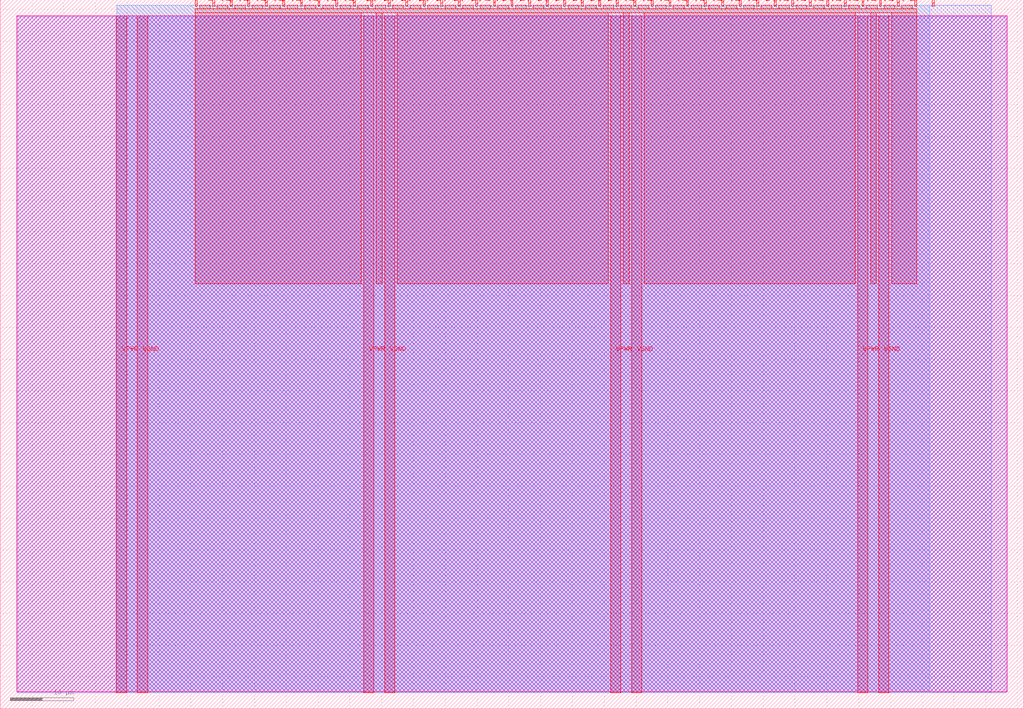
<source format=lef>
VERSION 5.7 ;
  NOWIREEXTENSIONATPIN ON ;
  DIVIDERCHAR "/" ;
  BUSBITCHARS "[]" ;
MACRO tt_um_cellular_alchemist
  CLASS BLOCK ;
  FOREIGN tt_um_cellular_alchemist ;
  ORIGIN 0.000 0.000 ;
  SIZE 161.000 BY 111.520 ;
  PIN VGND
    DIRECTION INOUT ;
    USE GROUND ;
    PORT
      LAYER met4 ;
        RECT 21.580 2.480 23.180 109.040 ;
    END
    PORT
      LAYER met4 ;
        RECT 60.450 2.480 62.050 109.040 ;
    END
    PORT
      LAYER met4 ;
        RECT 99.320 2.480 100.920 109.040 ;
    END
    PORT
      LAYER met4 ;
        RECT 138.190 2.480 139.790 109.040 ;
    END
  END VGND
  PIN VPWR
    DIRECTION INOUT ;
    USE POWER ;
    PORT
      LAYER met4 ;
        RECT 18.280 2.480 19.880 109.040 ;
    END
    PORT
      LAYER met4 ;
        RECT 57.150 2.480 58.750 109.040 ;
    END
    PORT
      LAYER met4 ;
        RECT 96.020 2.480 97.620 109.040 ;
    END
    PORT
      LAYER met4 ;
        RECT 134.890 2.480 136.490 109.040 ;
    END
  END VPWR
  PIN clk
    DIRECTION INPUT ;
    USE SIGNAL ;
    ANTENNAGATEAREA 0.852000 ;
    PORT
      LAYER met4 ;
        RECT 143.830 110.520 144.130 111.520 ;
    END
  END clk
  PIN ena
    DIRECTION INPUT ;
    USE SIGNAL ;
    PORT
      LAYER met4 ;
        RECT 146.590 110.520 146.890 111.520 ;
    END
  END ena
  PIN rst_n
    DIRECTION INPUT ;
    USE SIGNAL ;
    ANTENNAGATEAREA 0.196500 ;
    PORT
      LAYER met4 ;
        RECT 141.070 110.520 141.370 111.520 ;
    END
  END rst_n
  PIN ui_in[0]
    DIRECTION INPUT ;
    USE SIGNAL ;
    ANTENNAGATEAREA 0.213000 ;
    PORT
      LAYER met4 ;
        RECT 138.310 110.520 138.610 111.520 ;
    END
  END ui_in[0]
  PIN ui_in[1]
    DIRECTION INPUT ;
    USE SIGNAL ;
    PORT
      LAYER met4 ;
        RECT 135.550 110.520 135.850 111.520 ;
    END
  END ui_in[1]
  PIN ui_in[2]
    DIRECTION INPUT ;
    USE SIGNAL ;
    PORT
      LAYER met4 ;
        RECT 132.790 110.520 133.090 111.520 ;
    END
  END ui_in[2]
  PIN ui_in[3]
    DIRECTION INPUT ;
    USE SIGNAL ;
    PORT
      LAYER met4 ;
        RECT 130.030 110.520 130.330 111.520 ;
    END
  END ui_in[3]
  PIN ui_in[4]
    DIRECTION INPUT ;
    USE SIGNAL ;
    PORT
      LAYER met4 ;
        RECT 127.270 110.520 127.570 111.520 ;
    END
  END ui_in[4]
  PIN ui_in[5]
    DIRECTION INPUT ;
    USE SIGNAL ;
    PORT
      LAYER met4 ;
        RECT 124.510 110.520 124.810 111.520 ;
    END
  END ui_in[5]
  PIN ui_in[6]
    DIRECTION INPUT ;
    USE SIGNAL ;
    PORT
      LAYER met4 ;
        RECT 121.750 110.520 122.050 111.520 ;
    END
  END ui_in[6]
  PIN ui_in[7]
    DIRECTION INPUT ;
    USE SIGNAL ;
    PORT
      LAYER met4 ;
        RECT 118.990 110.520 119.290 111.520 ;
    END
  END ui_in[7]
  PIN uio_in[0]
    DIRECTION INPUT ;
    USE SIGNAL ;
    ANTENNAGATEAREA 0.196500 ;
    PORT
      LAYER met4 ;
        RECT 116.230 110.520 116.530 111.520 ;
    END
  END uio_in[0]
  PIN uio_in[1]
    DIRECTION INPUT ;
    USE SIGNAL ;
    ANTENNAGATEAREA 0.196500 ;
    PORT
      LAYER met4 ;
        RECT 113.470 110.520 113.770 111.520 ;
    END
  END uio_in[1]
  PIN uio_in[2]
    DIRECTION INPUT ;
    USE SIGNAL ;
    ANTENNAGATEAREA 0.196500 ;
    PORT
      LAYER met4 ;
        RECT 110.710 110.520 111.010 111.520 ;
    END
  END uio_in[2]
  PIN uio_in[3]
    DIRECTION INPUT ;
    USE SIGNAL ;
    ANTENNAGATEAREA 0.196500 ;
    PORT
      LAYER met4 ;
        RECT 107.950 110.520 108.250 111.520 ;
    END
  END uio_in[3]
  PIN uio_in[4]
    DIRECTION INPUT ;
    USE SIGNAL ;
    PORT
      LAYER met4 ;
        RECT 105.190 110.520 105.490 111.520 ;
    END
  END uio_in[4]
  PIN uio_in[5]
    DIRECTION INPUT ;
    USE SIGNAL ;
    PORT
      LAYER met4 ;
        RECT 102.430 110.520 102.730 111.520 ;
    END
  END uio_in[5]
  PIN uio_in[6]
    DIRECTION INPUT ;
    USE SIGNAL ;
    PORT
      LAYER met4 ;
        RECT 99.670 110.520 99.970 111.520 ;
    END
  END uio_in[6]
  PIN uio_in[7]
    DIRECTION INPUT ;
    USE SIGNAL ;
    PORT
      LAYER met4 ;
        RECT 96.910 110.520 97.210 111.520 ;
    END
  END uio_in[7]
  PIN uio_oe[0]
    DIRECTION OUTPUT ;
    USE SIGNAL ;
    PORT
      LAYER met4 ;
        RECT 49.990 110.520 50.290 111.520 ;
    END
  END uio_oe[0]
  PIN uio_oe[1]
    DIRECTION OUTPUT ;
    USE SIGNAL ;
    PORT
      LAYER met4 ;
        RECT 47.230 110.520 47.530 111.520 ;
    END
  END uio_oe[1]
  PIN uio_oe[2]
    DIRECTION OUTPUT ;
    USE SIGNAL ;
    PORT
      LAYER met4 ;
        RECT 44.470 110.520 44.770 111.520 ;
    END
  END uio_oe[2]
  PIN uio_oe[3]
    DIRECTION OUTPUT ;
    USE SIGNAL ;
    PORT
      LAYER met4 ;
        RECT 41.710 110.520 42.010 111.520 ;
    END
  END uio_oe[3]
  PIN uio_oe[4]
    DIRECTION OUTPUT ;
    USE SIGNAL ;
    PORT
      LAYER met4 ;
        RECT 38.950 110.520 39.250 111.520 ;
    END
  END uio_oe[4]
  PIN uio_oe[5]
    DIRECTION OUTPUT ;
    USE SIGNAL ;
    PORT
      LAYER met4 ;
        RECT 36.190 110.520 36.490 111.520 ;
    END
  END uio_oe[5]
  PIN uio_oe[6]
    DIRECTION OUTPUT ;
    USE SIGNAL ;
    PORT
      LAYER met4 ;
        RECT 33.430 110.520 33.730 111.520 ;
    END
  END uio_oe[6]
  PIN uio_oe[7]
    DIRECTION OUTPUT ;
    USE SIGNAL ;
    PORT
      LAYER met4 ;
        RECT 30.670 110.520 30.970 111.520 ;
    END
  END uio_oe[7]
  PIN uio_out[0]
    DIRECTION OUTPUT ;
    USE SIGNAL ;
    PORT
      LAYER met4 ;
        RECT 72.070 110.520 72.370 111.520 ;
    END
  END uio_out[0]
  PIN uio_out[1]
    DIRECTION OUTPUT ;
    USE SIGNAL ;
    PORT
      LAYER met4 ;
        RECT 69.310 110.520 69.610 111.520 ;
    END
  END uio_out[1]
  PIN uio_out[2]
    DIRECTION OUTPUT ;
    USE SIGNAL ;
    PORT
      LAYER met4 ;
        RECT 66.550 110.520 66.850 111.520 ;
    END
  END uio_out[2]
  PIN uio_out[3]
    DIRECTION OUTPUT ;
    USE SIGNAL ;
    PORT
      LAYER met4 ;
        RECT 63.790 110.520 64.090 111.520 ;
    END
  END uio_out[3]
  PIN uio_out[4]
    DIRECTION OUTPUT ;
    USE SIGNAL ;
    ANTENNAGATEAREA 0.373500 ;
    ANTENNADIFFAREA 0.891000 ;
    PORT
      LAYER met4 ;
        RECT 61.030 110.520 61.330 111.520 ;
    END
  END uio_out[4]
  PIN uio_out[5]
    DIRECTION OUTPUT ;
    USE SIGNAL ;
    ANTENNAGATEAREA 0.373500 ;
    ANTENNADIFFAREA 0.891000 ;
    PORT
      LAYER met4 ;
        RECT 58.270 110.520 58.570 111.520 ;
    END
  END uio_out[5]
  PIN uio_out[6]
    DIRECTION OUTPUT ;
    USE SIGNAL ;
    ANTENNAGATEAREA 0.252000 ;
    ANTENNADIFFAREA 0.891000 ;
    PORT
      LAYER met4 ;
        RECT 55.510 110.520 55.810 111.520 ;
    END
  END uio_out[6]
  PIN uio_out[7]
    DIRECTION OUTPUT ;
    USE SIGNAL ;
    ANTENNAGATEAREA 0.252000 ;
    ANTENNADIFFAREA 0.891000 ;
    PORT
      LAYER met4 ;
        RECT 52.750 110.520 53.050 111.520 ;
    END
  END uio_out[7]
  PIN uo_out[0]
    DIRECTION OUTPUT ;
    USE SIGNAL ;
    ANTENNAGATEAREA 0.252000 ;
    ANTENNADIFFAREA 0.891000 ;
    PORT
      LAYER met4 ;
        RECT 94.150 110.520 94.450 111.520 ;
    END
  END uo_out[0]
  PIN uo_out[1]
    DIRECTION OUTPUT ;
    USE SIGNAL ;
    ANTENNAGATEAREA 0.252000 ;
    ANTENNADIFFAREA 0.891000 ;
    PORT
      LAYER met4 ;
        RECT 91.390 110.520 91.690 111.520 ;
    END
  END uo_out[1]
  PIN uo_out[2]
    DIRECTION OUTPUT ;
    USE SIGNAL ;
    ANTENNAGATEAREA 0.499500 ;
    ANTENNADIFFAREA 0.891000 ;
    PORT
      LAYER met4 ;
        RECT 88.630 110.520 88.930 111.520 ;
    END
  END uo_out[2]
  PIN uo_out[3]
    DIRECTION OUTPUT ;
    USE SIGNAL ;
    PORT
      LAYER met4 ;
        RECT 85.870 110.520 86.170 111.520 ;
    END
  END uo_out[3]
  PIN uo_out[4]
    DIRECTION OUTPUT ;
    USE SIGNAL ;
    PORT
      LAYER met4 ;
        RECT 83.110 110.520 83.410 111.520 ;
    END
  END uo_out[4]
  PIN uo_out[5]
    DIRECTION OUTPUT ;
    USE SIGNAL ;
    ANTENNADIFFAREA 0.891000 ;
    PORT
      LAYER met4 ;
        RECT 80.350 110.520 80.650 111.520 ;
    END
  END uo_out[5]
  PIN uo_out[6]
    DIRECTION OUTPUT ;
    USE SIGNAL ;
    ANTENNADIFFAREA 0.891000 ;
    PORT
      LAYER met4 ;
        RECT 77.590 110.520 77.890 111.520 ;
    END
  END uo_out[6]
  PIN uo_out[7]
    DIRECTION OUTPUT ;
    USE SIGNAL ;
    ANTENNADIFFAREA 0.891000 ;
    PORT
      LAYER met4 ;
        RECT 74.830 110.520 75.130 111.520 ;
    END
  END uo_out[7]
  OBS
      LAYER nwell ;
        RECT 2.570 2.635 158.430 108.990 ;
      LAYER li1 ;
        RECT 2.760 2.635 158.240 108.885 ;
      LAYER met1 ;
        RECT 2.760 2.480 158.240 109.040 ;
      LAYER met2 ;
        RECT 18.310 2.535 155.840 110.685 ;
      LAYER met3 ;
        RECT 18.290 2.555 146.215 110.665 ;
      LAYER met4 ;
        RECT 31.370 110.120 33.030 110.665 ;
        RECT 34.130 110.120 35.790 110.665 ;
        RECT 36.890 110.120 38.550 110.665 ;
        RECT 39.650 110.120 41.310 110.665 ;
        RECT 42.410 110.120 44.070 110.665 ;
        RECT 45.170 110.120 46.830 110.665 ;
        RECT 47.930 110.120 49.590 110.665 ;
        RECT 50.690 110.120 52.350 110.665 ;
        RECT 53.450 110.120 55.110 110.665 ;
        RECT 56.210 110.120 57.870 110.665 ;
        RECT 58.970 110.120 60.630 110.665 ;
        RECT 61.730 110.120 63.390 110.665 ;
        RECT 64.490 110.120 66.150 110.665 ;
        RECT 67.250 110.120 68.910 110.665 ;
        RECT 70.010 110.120 71.670 110.665 ;
        RECT 72.770 110.120 74.430 110.665 ;
        RECT 75.530 110.120 77.190 110.665 ;
        RECT 78.290 110.120 79.950 110.665 ;
        RECT 81.050 110.120 82.710 110.665 ;
        RECT 83.810 110.120 85.470 110.665 ;
        RECT 86.570 110.120 88.230 110.665 ;
        RECT 89.330 110.120 90.990 110.665 ;
        RECT 92.090 110.120 93.750 110.665 ;
        RECT 94.850 110.120 96.510 110.665 ;
        RECT 97.610 110.120 99.270 110.665 ;
        RECT 100.370 110.120 102.030 110.665 ;
        RECT 103.130 110.120 104.790 110.665 ;
        RECT 105.890 110.120 107.550 110.665 ;
        RECT 108.650 110.120 110.310 110.665 ;
        RECT 111.410 110.120 113.070 110.665 ;
        RECT 114.170 110.120 115.830 110.665 ;
        RECT 116.930 110.120 118.590 110.665 ;
        RECT 119.690 110.120 121.350 110.665 ;
        RECT 122.450 110.120 124.110 110.665 ;
        RECT 125.210 110.120 126.870 110.665 ;
        RECT 127.970 110.120 129.630 110.665 ;
        RECT 130.730 110.120 132.390 110.665 ;
        RECT 133.490 110.120 135.150 110.665 ;
        RECT 136.250 110.120 137.910 110.665 ;
        RECT 139.010 110.120 140.670 110.665 ;
        RECT 141.770 110.120 143.430 110.665 ;
        RECT 30.655 109.440 144.145 110.120 ;
        RECT 30.655 66.815 56.750 109.440 ;
        RECT 59.150 66.815 60.050 109.440 ;
        RECT 62.450 66.815 95.620 109.440 ;
        RECT 98.020 66.815 98.920 109.440 ;
        RECT 101.320 66.815 134.490 109.440 ;
        RECT 136.890 66.815 137.790 109.440 ;
        RECT 140.190 66.815 144.145 109.440 ;
  END
END tt_um_cellular_alchemist
END LIBRARY


</source>
